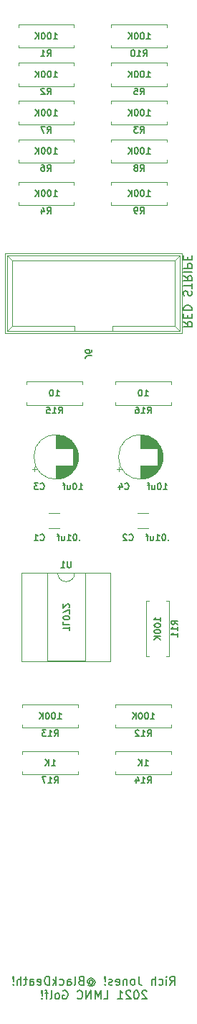
<source format=gbr>
%TF.GenerationSoftware,KiCad,Pcbnew,(5.1.8-0-10_14)*%
%TF.CreationDate,2021-07-03T12:07:01-04:00*%
%TF.ProjectId,unity,756e6974-792e-46b6-9963-61645f706362,rev?*%
%TF.SameCoordinates,Original*%
%TF.FileFunction,Legend,Bot*%
%TF.FilePolarity,Positive*%
%FSLAX46Y46*%
G04 Gerber Fmt 4.6, Leading zero omitted, Abs format (unit mm)*
G04 Created by KiCad (PCBNEW (5.1.8-0-10_14)) date 2021-07-03 12:07:01*
%MOMM*%
%LPD*%
G01*
G04 APERTURE LIST*
%ADD10C,0.150000*%
%ADD11C,0.120000*%
G04 APERTURE END LIST*
D10*
X170976190Y-170627380D02*
X171309523Y-170151190D01*
X171547619Y-170627380D02*
X171547619Y-169627380D01*
X171166666Y-169627380D01*
X171071428Y-169675000D01*
X171023809Y-169722619D01*
X170976190Y-169817857D01*
X170976190Y-169960714D01*
X171023809Y-170055952D01*
X171071428Y-170103571D01*
X171166666Y-170151190D01*
X171547619Y-170151190D01*
X170547619Y-170627380D02*
X170547619Y-169960714D01*
X170547619Y-169627380D02*
X170595238Y-169675000D01*
X170547619Y-169722619D01*
X170500000Y-169675000D01*
X170547619Y-169627380D01*
X170547619Y-169722619D01*
X169642857Y-170579761D02*
X169738095Y-170627380D01*
X169928571Y-170627380D01*
X170023809Y-170579761D01*
X170071428Y-170532142D01*
X170119047Y-170436904D01*
X170119047Y-170151190D01*
X170071428Y-170055952D01*
X170023809Y-170008333D01*
X169928571Y-169960714D01*
X169738095Y-169960714D01*
X169642857Y-170008333D01*
X169214285Y-170627380D02*
X169214285Y-169627380D01*
X168785714Y-170627380D02*
X168785714Y-170103571D01*
X168833333Y-170008333D01*
X168928571Y-169960714D01*
X169071428Y-169960714D01*
X169166666Y-170008333D01*
X169214285Y-170055952D01*
X167261904Y-169627380D02*
X167261904Y-170341666D01*
X167309523Y-170484523D01*
X167404761Y-170579761D01*
X167547619Y-170627380D01*
X167642857Y-170627380D01*
X166642857Y-170627380D02*
X166738095Y-170579761D01*
X166785714Y-170532142D01*
X166833333Y-170436904D01*
X166833333Y-170151190D01*
X166785714Y-170055952D01*
X166738095Y-170008333D01*
X166642857Y-169960714D01*
X166500000Y-169960714D01*
X166404761Y-170008333D01*
X166357142Y-170055952D01*
X166309523Y-170151190D01*
X166309523Y-170436904D01*
X166357142Y-170532142D01*
X166404761Y-170579761D01*
X166500000Y-170627380D01*
X166642857Y-170627380D01*
X165880952Y-169960714D02*
X165880952Y-170627380D01*
X165880952Y-170055952D02*
X165833333Y-170008333D01*
X165738095Y-169960714D01*
X165595238Y-169960714D01*
X165500000Y-170008333D01*
X165452380Y-170103571D01*
X165452380Y-170627380D01*
X164595238Y-170579761D02*
X164690476Y-170627380D01*
X164880952Y-170627380D01*
X164976190Y-170579761D01*
X165023809Y-170484523D01*
X165023809Y-170103571D01*
X164976190Y-170008333D01*
X164880952Y-169960714D01*
X164690476Y-169960714D01*
X164595238Y-170008333D01*
X164547619Y-170103571D01*
X164547619Y-170198809D01*
X165023809Y-170294047D01*
X164166666Y-170579761D02*
X164071428Y-170627380D01*
X163880952Y-170627380D01*
X163785714Y-170579761D01*
X163738095Y-170484523D01*
X163738095Y-170436904D01*
X163785714Y-170341666D01*
X163880952Y-170294047D01*
X164023809Y-170294047D01*
X164119047Y-170246428D01*
X164166666Y-170151190D01*
X164166666Y-170103571D01*
X164119047Y-170008333D01*
X164023809Y-169960714D01*
X163880952Y-169960714D01*
X163785714Y-170008333D01*
X163309523Y-170532142D02*
X163261904Y-170579761D01*
X163309523Y-170627380D01*
X163357142Y-170579761D01*
X163309523Y-170532142D01*
X163309523Y-170627380D01*
X163309523Y-170246428D02*
X163357142Y-169675000D01*
X163309523Y-169627380D01*
X163261904Y-169675000D01*
X163309523Y-170246428D01*
X163309523Y-169627380D01*
X161452380Y-170151190D02*
X161500000Y-170103571D01*
X161595238Y-170055952D01*
X161690476Y-170055952D01*
X161785714Y-170103571D01*
X161833333Y-170151190D01*
X161880952Y-170246428D01*
X161880952Y-170341666D01*
X161833333Y-170436904D01*
X161785714Y-170484523D01*
X161690476Y-170532142D01*
X161595238Y-170532142D01*
X161500000Y-170484523D01*
X161452380Y-170436904D01*
X161452380Y-170055952D02*
X161452380Y-170436904D01*
X161404761Y-170484523D01*
X161357142Y-170484523D01*
X161261904Y-170436904D01*
X161214285Y-170341666D01*
X161214285Y-170103571D01*
X161309523Y-169960714D01*
X161452380Y-169865476D01*
X161642857Y-169817857D01*
X161833333Y-169865476D01*
X161976190Y-169960714D01*
X162071428Y-170103571D01*
X162119047Y-170294047D01*
X162071428Y-170484523D01*
X161976190Y-170627380D01*
X161833333Y-170722619D01*
X161642857Y-170770238D01*
X161452380Y-170722619D01*
X161309523Y-170627380D01*
X160452380Y-170103571D02*
X160309523Y-170151190D01*
X160261904Y-170198809D01*
X160214285Y-170294047D01*
X160214285Y-170436904D01*
X160261904Y-170532142D01*
X160309523Y-170579761D01*
X160404761Y-170627380D01*
X160785714Y-170627380D01*
X160785714Y-169627380D01*
X160452380Y-169627380D01*
X160357142Y-169675000D01*
X160309523Y-169722619D01*
X160261904Y-169817857D01*
X160261904Y-169913095D01*
X160309523Y-170008333D01*
X160357142Y-170055952D01*
X160452380Y-170103571D01*
X160785714Y-170103571D01*
X159642857Y-170627380D02*
X159738095Y-170579761D01*
X159785714Y-170484523D01*
X159785714Y-169627380D01*
X158833333Y-170627380D02*
X158833333Y-170103571D01*
X158880952Y-170008333D01*
X158976190Y-169960714D01*
X159166666Y-169960714D01*
X159261904Y-170008333D01*
X158833333Y-170579761D02*
X158928571Y-170627380D01*
X159166666Y-170627380D01*
X159261904Y-170579761D01*
X159309523Y-170484523D01*
X159309523Y-170389285D01*
X159261904Y-170294047D01*
X159166666Y-170246428D01*
X158928571Y-170246428D01*
X158833333Y-170198809D01*
X157928571Y-170579761D02*
X158023809Y-170627380D01*
X158214285Y-170627380D01*
X158309523Y-170579761D01*
X158357142Y-170532142D01*
X158404761Y-170436904D01*
X158404761Y-170151190D01*
X158357142Y-170055952D01*
X158309523Y-170008333D01*
X158214285Y-169960714D01*
X158023809Y-169960714D01*
X157928571Y-170008333D01*
X157500000Y-170627380D02*
X157500000Y-169627380D01*
X157404761Y-170246428D02*
X157119047Y-170627380D01*
X157119047Y-169960714D02*
X157500000Y-170341666D01*
X156690476Y-170627380D02*
X156690476Y-169627380D01*
X156452380Y-169627380D01*
X156309523Y-169675000D01*
X156214285Y-169770238D01*
X156166666Y-169865476D01*
X156119047Y-170055952D01*
X156119047Y-170198809D01*
X156166666Y-170389285D01*
X156214285Y-170484523D01*
X156309523Y-170579761D01*
X156452380Y-170627380D01*
X156690476Y-170627380D01*
X155309523Y-170579761D02*
X155404761Y-170627380D01*
X155595238Y-170627380D01*
X155690476Y-170579761D01*
X155738095Y-170484523D01*
X155738095Y-170103571D01*
X155690476Y-170008333D01*
X155595238Y-169960714D01*
X155404761Y-169960714D01*
X155309523Y-170008333D01*
X155261904Y-170103571D01*
X155261904Y-170198809D01*
X155738095Y-170294047D01*
X154404761Y-170627380D02*
X154404761Y-170103571D01*
X154452380Y-170008333D01*
X154547619Y-169960714D01*
X154738095Y-169960714D01*
X154833333Y-170008333D01*
X154404761Y-170579761D02*
X154500000Y-170627380D01*
X154738095Y-170627380D01*
X154833333Y-170579761D01*
X154880952Y-170484523D01*
X154880952Y-170389285D01*
X154833333Y-170294047D01*
X154738095Y-170246428D01*
X154500000Y-170246428D01*
X154404761Y-170198809D01*
X154071428Y-169960714D02*
X153690476Y-169960714D01*
X153928571Y-169627380D02*
X153928571Y-170484523D01*
X153880952Y-170579761D01*
X153785714Y-170627380D01*
X153690476Y-170627380D01*
X153357142Y-170627380D02*
X153357142Y-169627380D01*
X152928571Y-170627380D02*
X152928571Y-170103571D01*
X152976190Y-170008333D01*
X153071428Y-169960714D01*
X153214285Y-169960714D01*
X153309523Y-170008333D01*
X153357142Y-170055952D01*
X152452380Y-170532142D02*
X152404761Y-170579761D01*
X152452380Y-170627380D01*
X152500000Y-170579761D01*
X152452380Y-170532142D01*
X152452380Y-170627380D01*
X152452380Y-170246428D02*
X152500000Y-169675000D01*
X152452380Y-169627380D01*
X152404761Y-169675000D01*
X152452380Y-170246428D01*
X152452380Y-169627380D01*
X168214285Y-171372619D02*
X168166666Y-171325000D01*
X168071428Y-171277380D01*
X167833333Y-171277380D01*
X167738095Y-171325000D01*
X167690476Y-171372619D01*
X167642857Y-171467857D01*
X167642857Y-171563095D01*
X167690476Y-171705952D01*
X168261904Y-172277380D01*
X167642857Y-172277380D01*
X167023809Y-171277380D02*
X166928571Y-171277380D01*
X166833333Y-171325000D01*
X166785714Y-171372619D01*
X166738095Y-171467857D01*
X166690476Y-171658333D01*
X166690476Y-171896428D01*
X166738095Y-172086904D01*
X166785714Y-172182142D01*
X166833333Y-172229761D01*
X166928571Y-172277380D01*
X167023809Y-172277380D01*
X167119047Y-172229761D01*
X167166666Y-172182142D01*
X167214285Y-172086904D01*
X167261904Y-171896428D01*
X167261904Y-171658333D01*
X167214285Y-171467857D01*
X167166666Y-171372619D01*
X167119047Y-171325000D01*
X167023809Y-171277380D01*
X166309523Y-171372619D02*
X166261904Y-171325000D01*
X166166666Y-171277380D01*
X165928571Y-171277380D01*
X165833333Y-171325000D01*
X165785714Y-171372619D01*
X165738095Y-171467857D01*
X165738095Y-171563095D01*
X165785714Y-171705952D01*
X166357142Y-172277380D01*
X165738095Y-172277380D01*
X164785714Y-172277380D02*
X165357142Y-172277380D01*
X165071428Y-172277380D02*
X165071428Y-171277380D01*
X165166666Y-171420238D01*
X165261904Y-171515476D01*
X165357142Y-171563095D01*
X163119047Y-172277380D02*
X163595238Y-172277380D01*
X163595238Y-171277380D01*
X162785714Y-172277380D02*
X162785714Y-171277380D01*
X162452380Y-171991666D01*
X162119047Y-171277380D01*
X162119047Y-172277380D01*
X161642857Y-172277380D02*
X161642857Y-171277380D01*
X161071428Y-172277380D01*
X161071428Y-171277380D01*
X160023809Y-172182142D02*
X160071428Y-172229761D01*
X160214285Y-172277380D01*
X160309523Y-172277380D01*
X160452380Y-172229761D01*
X160547619Y-172134523D01*
X160595238Y-172039285D01*
X160642857Y-171848809D01*
X160642857Y-171705952D01*
X160595238Y-171515476D01*
X160547619Y-171420238D01*
X160452380Y-171325000D01*
X160309523Y-171277380D01*
X160214285Y-171277380D01*
X160071428Y-171325000D01*
X160023809Y-171372619D01*
X158309523Y-171325000D02*
X158404761Y-171277380D01*
X158547619Y-171277380D01*
X158690476Y-171325000D01*
X158785714Y-171420238D01*
X158833333Y-171515476D01*
X158880952Y-171705952D01*
X158880952Y-171848809D01*
X158833333Y-172039285D01*
X158785714Y-172134523D01*
X158690476Y-172229761D01*
X158547619Y-172277380D01*
X158452380Y-172277380D01*
X158309523Y-172229761D01*
X158261904Y-172182142D01*
X158261904Y-171848809D01*
X158452380Y-171848809D01*
X157690476Y-172277380D02*
X157785714Y-172229761D01*
X157833333Y-172182142D01*
X157880952Y-172086904D01*
X157880952Y-171801190D01*
X157833333Y-171705952D01*
X157785714Y-171658333D01*
X157690476Y-171610714D01*
X157547619Y-171610714D01*
X157452380Y-171658333D01*
X157404761Y-171705952D01*
X157357142Y-171801190D01*
X157357142Y-172086904D01*
X157404761Y-172182142D01*
X157452380Y-172229761D01*
X157547619Y-172277380D01*
X157690476Y-172277380D01*
X156785714Y-172277380D02*
X156880952Y-172229761D01*
X156928571Y-172134523D01*
X156928571Y-171277380D01*
X156547619Y-171610714D02*
X156166666Y-171610714D01*
X156404761Y-172277380D02*
X156404761Y-171420238D01*
X156357142Y-171325000D01*
X156261904Y-171277380D01*
X156166666Y-171277380D01*
X155833333Y-172182142D02*
X155785714Y-172229761D01*
X155833333Y-172277380D01*
X155880952Y-172229761D01*
X155833333Y-172182142D01*
X155833333Y-172277380D01*
X155833333Y-171896428D02*
X155880952Y-171325000D01*
X155833333Y-171277380D01*
X155785714Y-171325000D01*
X155833333Y-171896428D01*
X155833333Y-171277380D01*
D11*
%TO.C,R9*%
X170580000Y-76130000D02*
X170580000Y-76460000D01*
X164040000Y-76130000D02*
X170580000Y-76130000D01*
X164040000Y-76460000D02*
X164040000Y-76130000D01*
X170580000Y-78870000D02*
X170580000Y-78540000D01*
X164040000Y-78870000D02*
X170580000Y-78870000D01*
X164040000Y-78540000D02*
X164040000Y-78870000D01*
%TO.C,R5*%
X164040000Y-64540000D02*
X164040000Y-64870000D01*
X164040000Y-64870000D02*
X170580000Y-64870000D01*
X170580000Y-64870000D02*
X170580000Y-64540000D01*
X164040000Y-62460000D02*
X164040000Y-62130000D01*
X164040000Y-62130000D02*
X170580000Y-62130000D01*
X170580000Y-62130000D02*
X170580000Y-62460000D01*
%TO.C,J6*%
X164170000Y-93100000D02*
X171550000Y-93100000D01*
X164170000Y-93600000D02*
X164170000Y-93120000D01*
X159670000Y-93100000D02*
X159670000Y-93610000D01*
X152300000Y-93100000D02*
X159650000Y-93100000D01*
X152300000Y-93100000D02*
X151800000Y-93600000D01*
X152300000Y-85350000D02*
X152300000Y-93100000D01*
X152300000Y-85350000D02*
X151750000Y-84800000D01*
X171550000Y-85350000D02*
X152300000Y-85350000D01*
X171550000Y-85350000D02*
X172100000Y-84800000D01*
X171550000Y-93100000D02*
X171550000Y-85350000D01*
X172100000Y-93650000D02*
X171550000Y-93100000D01*
X151750000Y-93650000D02*
X172100000Y-93650000D01*
X151750000Y-84800000D02*
X151750000Y-93650000D01*
X172100000Y-84800000D02*
X151750000Y-84800000D01*
X172100000Y-93650000D02*
X172100000Y-84800000D01*
X172350000Y-93905000D02*
X172350000Y-84555000D01*
X151490000Y-93905000D02*
X172350000Y-93905000D01*
X151490000Y-84555000D02*
X151490000Y-93905000D01*
X172350000Y-84555000D02*
X151490000Y-84555000D01*
%TO.C,R17*%
X160080000Y-143130000D02*
X160080000Y-143460000D01*
X153540000Y-143130000D02*
X160080000Y-143130000D01*
X153540000Y-143460000D02*
X153540000Y-143130000D01*
X160080000Y-145870000D02*
X160080000Y-145540000D01*
X153540000Y-145870000D02*
X160080000Y-145870000D01*
X153540000Y-145540000D02*
X153540000Y-145870000D01*
%TO.C,C1*%
X156621000Y-115080000D02*
X157879000Y-115080000D01*
X156621000Y-116920000D02*
X157879000Y-116920000D01*
%TO.C,C2*%
X167121000Y-116920000D02*
X168379000Y-116920000D01*
X167121000Y-115080000D02*
X168379000Y-115080000D01*
%TO.C,C3*%
X154945225Y-110225000D02*
X154945225Y-109725000D01*
X154695225Y-109975000D02*
X155195225Y-109975000D01*
X160101000Y-108784000D02*
X160101000Y-108216000D01*
X160061000Y-109018000D02*
X160061000Y-107982000D01*
X160021000Y-109177000D02*
X160021000Y-107823000D01*
X159981000Y-109305000D02*
X159981000Y-107695000D01*
X159941000Y-109415000D02*
X159941000Y-107585000D01*
X159901000Y-109511000D02*
X159901000Y-107489000D01*
X159861000Y-109598000D02*
X159861000Y-107402000D01*
X159821000Y-109678000D02*
X159821000Y-107322000D01*
X159781000Y-109751000D02*
X159781000Y-107249000D01*
X159741000Y-109819000D02*
X159741000Y-107181000D01*
X159701000Y-109883000D02*
X159701000Y-107117000D01*
X159661000Y-109943000D02*
X159661000Y-107057000D01*
X159621000Y-110000000D02*
X159621000Y-107000000D01*
X159581000Y-110054000D02*
X159581000Y-106946000D01*
X159541000Y-110105000D02*
X159541000Y-106895000D01*
X159501000Y-107460000D02*
X159501000Y-106847000D01*
X159501000Y-110153000D02*
X159501000Y-109540000D01*
X159461000Y-107460000D02*
X159461000Y-106801000D01*
X159461000Y-110199000D02*
X159461000Y-109540000D01*
X159421000Y-107460000D02*
X159421000Y-106757000D01*
X159421000Y-110243000D02*
X159421000Y-109540000D01*
X159381000Y-107460000D02*
X159381000Y-106715000D01*
X159381000Y-110285000D02*
X159381000Y-109540000D01*
X159341000Y-107460000D02*
X159341000Y-106674000D01*
X159341000Y-110326000D02*
X159341000Y-109540000D01*
X159301000Y-107460000D02*
X159301000Y-106636000D01*
X159301000Y-110364000D02*
X159301000Y-109540000D01*
X159261000Y-107460000D02*
X159261000Y-106599000D01*
X159261000Y-110401000D02*
X159261000Y-109540000D01*
X159221000Y-107460000D02*
X159221000Y-106563000D01*
X159221000Y-110437000D02*
X159221000Y-109540000D01*
X159181000Y-107460000D02*
X159181000Y-106529000D01*
X159181000Y-110471000D02*
X159181000Y-109540000D01*
X159141000Y-107460000D02*
X159141000Y-106496000D01*
X159141000Y-110504000D02*
X159141000Y-109540000D01*
X159101000Y-107460000D02*
X159101000Y-106465000D01*
X159101000Y-110535000D02*
X159101000Y-109540000D01*
X159061000Y-107460000D02*
X159061000Y-106435000D01*
X159061000Y-110565000D02*
X159061000Y-109540000D01*
X159021000Y-107460000D02*
X159021000Y-106405000D01*
X159021000Y-110595000D02*
X159021000Y-109540000D01*
X158981000Y-107460000D02*
X158981000Y-106378000D01*
X158981000Y-110622000D02*
X158981000Y-109540000D01*
X158941000Y-107460000D02*
X158941000Y-106351000D01*
X158941000Y-110649000D02*
X158941000Y-109540000D01*
X158901000Y-107460000D02*
X158901000Y-106325000D01*
X158901000Y-110675000D02*
X158901000Y-109540000D01*
X158861000Y-107460000D02*
X158861000Y-106300000D01*
X158861000Y-110700000D02*
X158861000Y-109540000D01*
X158821000Y-107460000D02*
X158821000Y-106276000D01*
X158821000Y-110724000D02*
X158821000Y-109540000D01*
X158781000Y-107460000D02*
X158781000Y-106253000D01*
X158781000Y-110747000D02*
X158781000Y-109540000D01*
X158741000Y-107460000D02*
X158741000Y-106232000D01*
X158741000Y-110768000D02*
X158741000Y-109540000D01*
X158701000Y-107460000D02*
X158701000Y-106210000D01*
X158701000Y-110790000D02*
X158701000Y-109540000D01*
X158661000Y-107460000D02*
X158661000Y-106190000D01*
X158661000Y-110810000D02*
X158661000Y-109540000D01*
X158621000Y-107460000D02*
X158621000Y-106171000D01*
X158621000Y-110829000D02*
X158621000Y-109540000D01*
X158581000Y-107460000D02*
X158581000Y-106152000D01*
X158581000Y-110848000D02*
X158581000Y-109540000D01*
X158541000Y-107460000D02*
X158541000Y-106135000D01*
X158541000Y-110865000D02*
X158541000Y-109540000D01*
X158501000Y-107460000D02*
X158501000Y-106118000D01*
X158501000Y-110882000D02*
X158501000Y-109540000D01*
X158461000Y-107460000D02*
X158461000Y-106102000D01*
X158461000Y-110898000D02*
X158461000Y-109540000D01*
X158421000Y-107460000D02*
X158421000Y-106086000D01*
X158421000Y-110914000D02*
X158421000Y-109540000D01*
X158381000Y-107460000D02*
X158381000Y-106072000D01*
X158381000Y-110928000D02*
X158381000Y-109540000D01*
X158341000Y-107460000D02*
X158341000Y-106058000D01*
X158341000Y-110942000D02*
X158341000Y-109540000D01*
X158301000Y-107460000D02*
X158301000Y-106045000D01*
X158301000Y-110955000D02*
X158301000Y-109540000D01*
X158261000Y-107460000D02*
X158261000Y-106032000D01*
X158261000Y-110968000D02*
X158261000Y-109540000D01*
X158221000Y-107460000D02*
X158221000Y-106020000D01*
X158221000Y-110980000D02*
X158221000Y-109540000D01*
X158180000Y-107460000D02*
X158180000Y-106009000D01*
X158180000Y-110991000D02*
X158180000Y-109540000D01*
X158140000Y-107460000D02*
X158140000Y-105999000D01*
X158140000Y-111001000D02*
X158140000Y-109540000D01*
X158100000Y-107460000D02*
X158100000Y-105989000D01*
X158100000Y-111011000D02*
X158100000Y-109540000D01*
X158060000Y-107460000D02*
X158060000Y-105980000D01*
X158060000Y-111020000D02*
X158060000Y-109540000D01*
X158020000Y-107460000D02*
X158020000Y-105972000D01*
X158020000Y-111028000D02*
X158020000Y-109540000D01*
X157980000Y-107460000D02*
X157980000Y-105964000D01*
X157980000Y-111036000D02*
X157980000Y-109540000D01*
X157940000Y-107460000D02*
X157940000Y-105957000D01*
X157940000Y-111043000D02*
X157940000Y-109540000D01*
X157900000Y-107460000D02*
X157900000Y-105950000D01*
X157900000Y-111050000D02*
X157900000Y-109540000D01*
X157860000Y-107460000D02*
X157860000Y-105944000D01*
X157860000Y-111056000D02*
X157860000Y-109540000D01*
X157820000Y-107460000D02*
X157820000Y-105939000D01*
X157820000Y-111061000D02*
X157820000Y-109540000D01*
X157780000Y-107460000D02*
X157780000Y-105935000D01*
X157780000Y-111065000D02*
X157780000Y-109540000D01*
X157740000Y-107460000D02*
X157740000Y-105931000D01*
X157740000Y-111069000D02*
X157740000Y-109540000D01*
X157700000Y-107460000D02*
X157700000Y-105927000D01*
X157700000Y-111073000D02*
X157700000Y-109540000D01*
X157660000Y-107460000D02*
X157660000Y-105924000D01*
X157660000Y-111076000D02*
X157660000Y-109540000D01*
X157620000Y-107460000D02*
X157620000Y-105922000D01*
X157620000Y-111078000D02*
X157620000Y-109540000D01*
X157580000Y-107460000D02*
X157580000Y-105921000D01*
X157580000Y-111079000D02*
X157580000Y-109540000D01*
X157540000Y-111080000D02*
X157540000Y-109540000D01*
X157540000Y-107460000D02*
X157540000Y-105920000D01*
X157500000Y-111080000D02*
X157500000Y-109540000D01*
X157500000Y-107460000D02*
X157500000Y-105920000D01*
X160120000Y-108500000D02*
G75*
G03*
X160120000Y-108500000I-2620000J0D01*
G01*
%TO.C,C4*%
X170120000Y-108500000D02*
G75*
G03*
X170120000Y-108500000I-2620000J0D01*
G01*
X167500000Y-107460000D02*
X167500000Y-105920000D01*
X167500000Y-111080000D02*
X167500000Y-109540000D01*
X167540000Y-107460000D02*
X167540000Y-105920000D01*
X167540000Y-111080000D02*
X167540000Y-109540000D01*
X167580000Y-111079000D02*
X167580000Y-109540000D01*
X167580000Y-107460000D02*
X167580000Y-105921000D01*
X167620000Y-111078000D02*
X167620000Y-109540000D01*
X167620000Y-107460000D02*
X167620000Y-105922000D01*
X167660000Y-111076000D02*
X167660000Y-109540000D01*
X167660000Y-107460000D02*
X167660000Y-105924000D01*
X167700000Y-111073000D02*
X167700000Y-109540000D01*
X167700000Y-107460000D02*
X167700000Y-105927000D01*
X167740000Y-111069000D02*
X167740000Y-109540000D01*
X167740000Y-107460000D02*
X167740000Y-105931000D01*
X167780000Y-111065000D02*
X167780000Y-109540000D01*
X167780000Y-107460000D02*
X167780000Y-105935000D01*
X167820000Y-111061000D02*
X167820000Y-109540000D01*
X167820000Y-107460000D02*
X167820000Y-105939000D01*
X167860000Y-111056000D02*
X167860000Y-109540000D01*
X167860000Y-107460000D02*
X167860000Y-105944000D01*
X167900000Y-111050000D02*
X167900000Y-109540000D01*
X167900000Y-107460000D02*
X167900000Y-105950000D01*
X167940000Y-111043000D02*
X167940000Y-109540000D01*
X167940000Y-107460000D02*
X167940000Y-105957000D01*
X167980000Y-111036000D02*
X167980000Y-109540000D01*
X167980000Y-107460000D02*
X167980000Y-105964000D01*
X168020000Y-111028000D02*
X168020000Y-109540000D01*
X168020000Y-107460000D02*
X168020000Y-105972000D01*
X168060000Y-111020000D02*
X168060000Y-109540000D01*
X168060000Y-107460000D02*
X168060000Y-105980000D01*
X168100000Y-111011000D02*
X168100000Y-109540000D01*
X168100000Y-107460000D02*
X168100000Y-105989000D01*
X168140000Y-111001000D02*
X168140000Y-109540000D01*
X168140000Y-107460000D02*
X168140000Y-105999000D01*
X168180000Y-110991000D02*
X168180000Y-109540000D01*
X168180000Y-107460000D02*
X168180000Y-106009000D01*
X168221000Y-110980000D02*
X168221000Y-109540000D01*
X168221000Y-107460000D02*
X168221000Y-106020000D01*
X168261000Y-110968000D02*
X168261000Y-109540000D01*
X168261000Y-107460000D02*
X168261000Y-106032000D01*
X168301000Y-110955000D02*
X168301000Y-109540000D01*
X168301000Y-107460000D02*
X168301000Y-106045000D01*
X168341000Y-110942000D02*
X168341000Y-109540000D01*
X168341000Y-107460000D02*
X168341000Y-106058000D01*
X168381000Y-110928000D02*
X168381000Y-109540000D01*
X168381000Y-107460000D02*
X168381000Y-106072000D01*
X168421000Y-110914000D02*
X168421000Y-109540000D01*
X168421000Y-107460000D02*
X168421000Y-106086000D01*
X168461000Y-110898000D02*
X168461000Y-109540000D01*
X168461000Y-107460000D02*
X168461000Y-106102000D01*
X168501000Y-110882000D02*
X168501000Y-109540000D01*
X168501000Y-107460000D02*
X168501000Y-106118000D01*
X168541000Y-110865000D02*
X168541000Y-109540000D01*
X168541000Y-107460000D02*
X168541000Y-106135000D01*
X168581000Y-110848000D02*
X168581000Y-109540000D01*
X168581000Y-107460000D02*
X168581000Y-106152000D01*
X168621000Y-110829000D02*
X168621000Y-109540000D01*
X168621000Y-107460000D02*
X168621000Y-106171000D01*
X168661000Y-110810000D02*
X168661000Y-109540000D01*
X168661000Y-107460000D02*
X168661000Y-106190000D01*
X168701000Y-110790000D02*
X168701000Y-109540000D01*
X168701000Y-107460000D02*
X168701000Y-106210000D01*
X168741000Y-110768000D02*
X168741000Y-109540000D01*
X168741000Y-107460000D02*
X168741000Y-106232000D01*
X168781000Y-110747000D02*
X168781000Y-109540000D01*
X168781000Y-107460000D02*
X168781000Y-106253000D01*
X168821000Y-110724000D02*
X168821000Y-109540000D01*
X168821000Y-107460000D02*
X168821000Y-106276000D01*
X168861000Y-110700000D02*
X168861000Y-109540000D01*
X168861000Y-107460000D02*
X168861000Y-106300000D01*
X168901000Y-110675000D02*
X168901000Y-109540000D01*
X168901000Y-107460000D02*
X168901000Y-106325000D01*
X168941000Y-110649000D02*
X168941000Y-109540000D01*
X168941000Y-107460000D02*
X168941000Y-106351000D01*
X168981000Y-110622000D02*
X168981000Y-109540000D01*
X168981000Y-107460000D02*
X168981000Y-106378000D01*
X169021000Y-110595000D02*
X169021000Y-109540000D01*
X169021000Y-107460000D02*
X169021000Y-106405000D01*
X169061000Y-110565000D02*
X169061000Y-109540000D01*
X169061000Y-107460000D02*
X169061000Y-106435000D01*
X169101000Y-110535000D02*
X169101000Y-109540000D01*
X169101000Y-107460000D02*
X169101000Y-106465000D01*
X169141000Y-110504000D02*
X169141000Y-109540000D01*
X169141000Y-107460000D02*
X169141000Y-106496000D01*
X169181000Y-110471000D02*
X169181000Y-109540000D01*
X169181000Y-107460000D02*
X169181000Y-106529000D01*
X169221000Y-110437000D02*
X169221000Y-109540000D01*
X169221000Y-107460000D02*
X169221000Y-106563000D01*
X169261000Y-110401000D02*
X169261000Y-109540000D01*
X169261000Y-107460000D02*
X169261000Y-106599000D01*
X169301000Y-110364000D02*
X169301000Y-109540000D01*
X169301000Y-107460000D02*
X169301000Y-106636000D01*
X169341000Y-110326000D02*
X169341000Y-109540000D01*
X169341000Y-107460000D02*
X169341000Y-106674000D01*
X169381000Y-110285000D02*
X169381000Y-109540000D01*
X169381000Y-107460000D02*
X169381000Y-106715000D01*
X169421000Y-110243000D02*
X169421000Y-109540000D01*
X169421000Y-107460000D02*
X169421000Y-106757000D01*
X169461000Y-110199000D02*
X169461000Y-109540000D01*
X169461000Y-107460000D02*
X169461000Y-106801000D01*
X169501000Y-110153000D02*
X169501000Y-109540000D01*
X169501000Y-107460000D02*
X169501000Y-106847000D01*
X169541000Y-110105000D02*
X169541000Y-106895000D01*
X169581000Y-110054000D02*
X169581000Y-106946000D01*
X169621000Y-110000000D02*
X169621000Y-107000000D01*
X169661000Y-109943000D02*
X169661000Y-107057000D01*
X169701000Y-109883000D02*
X169701000Y-107117000D01*
X169741000Y-109819000D02*
X169741000Y-107181000D01*
X169781000Y-109751000D02*
X169781000Y-107249000D01*
X169821000Y-109678000D02*
X169821000Y-107322000D01*
X169861000Y-109598000D02*
X169861000Y-107402000D01*
X169901000Y-109511000D02*
X169901000Y-107489000D01*
X169941000Y-109415000D02*
X169941000Y-107585000D01*
X169981000Y-109305000D02*
X169981000Y-107695000D01*
X170021000Y-109177000D02*
X170021000Y-107823000D01*
X170061000Y-109018000D02*
X170061000Y-107982000D01*
X170101000Y-108784000D02*
X170101000Y-108216000D01*
X164695225Y-109975000D02*
X165195225Y-109975000D01*
X164945225Y-110225000D02*
X164945225Y-109725000D01*
%TO.C,R1*%
X153040000Y-60040000D02*
X153040000Y-60370000D01*
X153040000Y-60370000D02*
X159580000Y-60370000D01*
X159580000Y-60370000D02*
X159580000Y-60040000D01*
X153040000Y-57960000D02*
X153040000Y-57630000D01*
X153040000Y-57630000D02*
X159580000Y-57630000D01*
X159580000Y-57630000D02*
X159580000Y-57960000D01*
%TO.C,R2*%
X153040000Y-64540000D02*
X153040000Y-64870000D01*
X153040000Y-64870000D02*
X159580000Y-64870000D01*
X159580000Y-64870000D02*
X159580000Y-64540000D01*
X153040000Y-62460000D02*
X153040000Y-62130000D01*
X153040000Y-62130000D02*
X159580000Y-62130000D01*
X159580000Y-62130000D02*
X159580000Y-62460000D01*
%TO.C,R3*%
X164040000Y-69040000D02*
X164040000Y-69370000D01*
X164040000Y-69370000D02*
X170580000Y-69370000D01*
X170580000Y-69370000D02*
X170580000Y-69040000D01*
X164040000Y-66960000D02*
X164040000Y-66630000D01*
X164040000Y-66630000D02*
X170580000Y-66630000D01*
X170580000Y-66630000D02*
X170580000Y-66960000D01*
%TO.C,R4*%
X153040000Y-78540000D02*
X153040000Y-78870000D01*
X153040000Y-78870000D02*
X159580000Y-78870000D01*
X159580000Y-78870000D02*
X159580000Y-78540000D01*
X153040000Y-76460000D02*
X153040000Y-76130000D01*
X153040000Y-76130000D02*
X159580000Y-76130000D01*
X159580000Y-76130000D02*
X159580000Y-76460000D01*
%TO.C,R6*%
X159580000Y-71130000D02*
X159580000Y-71460000D01*
X153040000Y-71130000D02*
X159580000Y-71130000D01*
X153040000Y-71460000D02*
X153040000Y-71130000D01*
X159580000Y-73870000D02*
X159580000Y-73540000D01*
X153040000Y-73870000D02*
X159580000Y-73870000D01*
X153040000Y-73540000D02*
X153040000Y-73870000D01*
%TO.C,R7*%
X159580000Y-66630000D02*
X159580000Y-66960000D01*
X153040000Y-66630000D02*
X159580000Y-66630000D01*
X153040000Y-66960000D02*
X153040000Y-66630000D01*
X159580000Y-69370000D02*
X159580000Y-69040000D01*
X153040000Y-69370000D02*
X159580000Y-69370000D01*
X153040000Y-69040000D02*
X153040000Y-69370000D01*
%TO.C,R8*%
X170580000Y-71130000D02*
X170580000Y-71460000D01*
X164040000Y-71130000D02*
X170580000Y-71130000D01*
X164040000Y-71460000D02*
X164040000Y-71130000D01*
X170580000Y-73870000D02*
X170580000Y-73540000D01*
X164040000Y-73870000D02*
X170580000Y-73870000D01*
X164040000Y-73540000D02*
X164040000Y-73870000D01*
%TO.C,R10*%
X170580000Y-57630000D02*
X170580000Y-57960000D01*
X164040000Y-57630000D02*
X170580000Y-57630000D01*
X164040000Y-57960000D02*
X164040000Y-57630000D01*
X170580000Y-60370000D02*
X170580000Y-60040000D01*
X164040000Y-60370000D02*
X170580000Y-60370000D01*
X164040000Y-60040000D02*
X164040000Y-60370000D01*
%TO.C,R11*%
X168130000Y-125420000D02*
X168460000Y-125420000D01*
X168130000Y-131960000D02*
X168130000Y-125420000D01*
X168460000Y-131960000D02*
X168130000Y-131960000D01*
X170870000Y-125420000D02*
X170540000Y-125420000D01*
X170870000Y-131960000D02*
X170870000Y-125420000D01*
X170540000Y-131960000D02*
X170870000Y-131960000D01*
%TO.C,R12*%
X171080000Y-137630000D02*
X171080000Y-137960000D01*
X164540000Y-137630000D02*
X171080000Y-137630000D01*
X164540000Y-137960000D02*
X164540000Y-137630000D01*
X171080000Y-140370000D02*
X171080000Y-140040000D01*
X164540000Y-140370000D02*
X171080000Y-140370000D01*
X164540000Y-140040000D02*
X164540000Y-140370000D01*
%TO.C,R13*%
X153540000Y-140040000D02*
X153540000Y-140370000D01*
X153540000Y-140370000D02*
X160080000Y-140370000D01*
X160080000Y-140370000D02*
X160080000Y-140040000D01*
X153540000Y-137960000D02*
X153540000Y-137630000D01*
X153540000Y-137630000D02*
X160080000Y-137630000D01*
X160080000Y-137630000D02*
X160080000Y-137960000D01*
%TO.C,R14*%
X164540000Y-145540000D02*
X164540000Y-145870000D01*
X164540000Y-145870000D02*
X171080000Y-145870000D01*
X171080000Y-145870000D02*
X171080000Y-145540000D01*
X164540000Y-143460000D02*
X164540000Y-143130000D01*
X164540000Y-143130000D02*
X171080000Y-143130000D01*
X171080000Y-143130000D02*
X171080000Y-143460000D01*
%TO.C,R15*%
X154040000Y-102040000D02*
X154040000Y-102370000D01*
X154040000Y-102370000D02*
X160580000Y-102370000D01*
X160580000Y-102370000D02*
X160580000Y-102040000D01*
X154040000Y-99960000D02*
X154040000Y-99630000D01*
X154040000Y-99630000D02*
X160580000Y-99630000D01*
X160580000Y-99630000D02*
X160580000Y-99960000D01*
%TO.C,R16*%
X171080000Y-99630000D02*
X171080000Y-99960000D01*
X164540000Y-99630000D02*
X171080000Y-99630000D01*
X164540000Y-99960000D02*
X164540000Y-99630000D01*
X171080000Y-102370000D02*
X171080000Y-102040000D01*
X164540000Y-102370000D02*
X171080000Y-102370000D01*
X164540000Y-102040000D02*
X164540000Y-102370000D01*
%TO.C,U1*%
X153440000Y-122110000D02*
X163940000Y-122110000D01*
X153440000Y-132510000D02*
X153440000Y-122110000D01*
X163940000Y-132510000D02*
X153440000Y-132510000D01*
X163940000Y-122110000D02*
X163940000Y-132510000D01*
X156440000Y-122170000D02*
X157690000Y-122170000D01*
X156440000Y-132450000D02*
X156440000Y-122170000D01*
X160940000Y-132450000D02*
X156440000Y-132450000D01*
X160940000Y-122170000D02*
X160940000Y-132450000D01*
X159690000Y-122170000D02*
X160940000Y-122170000D01*
X157690000Y-122170000D02*
G75*
G03*
X159690000Y-122170000I1000000J0D01*
G01*
%TO.C,R9*%
D10*
X167435000Y-79871285D02*
X167685000Y-79514142D01*
X167863571Y-79871285D02*
X167863571Y-79121285D01*
X167577857Y-79121285D01*
X167506428Y-79157000D01*
X167470714Y-79192714D01*
X167435000Y-79264142D01*
X167435000Y-79371285D01*
X167470714Y-79442714D01*
X167506428Y-79478428D01*
X167577857Y-79514142D01*
X167863571Y-79514142D01*
X167077857Y-79871285D02*
X166935000Y-79871285D01*
X166863571Y-79835571D01*
X166827857Y-79799857D01*
X166756428Y-79692714D01*
X166720714Y-79549857D01*
X166720714Y-79264142D01*
X166756428Y-79192714D01*
X166792142Y-79157000D01*
X166863571Y-79121285D01*
X167006428Y-79121285D01*
X167077857Y-79157000D01*
X167113571Y-79192714D01*
X167149285Y-79264142D01*
X167149285Y-79442714D01*
X167113571Y-79514142D01*
X167077857Y-79549857D01*
X167006428Y-79585571D01*
X166863571Y-79585571D01*
X166792142Y-79549857D01*
X166756428Y-79514142D01*
X166720714Y-79442714D01*
X168185000Y-77839285D02*
X168613571Y-77839285D01*
X168399285Y-77839285D02*
X168399285Y-77089285D01*
X168470714Y-77196428D01*
X168542142Y-77267857D01*
X168613571Y-77303571D01*
X167720714Y-77089285D02*
X167649285Y-77089285D01*
X167577857Y-77125000D01*
X167542142Y-77160714D01*
X167506428Y-77232142D01*
X167470714Y-77375000D01*
X167470714Y-77553571D01*
X167506428Y-77696428D01*
X167542142Y-77767857D01*
X167577857Y-77803571D01*
X167649285Y-77839285D01*
X167720714Y-77839285D01*
X167792142Y-77803571D01*
X167827857Y-77767857D01*
X167863571Y-77696428D01*
X167899285Y-77553571D01*
X167899285Y-77375000D01*
X167863571Y-77232142D01*
X167827857Y-77160714D01*
X167792142Y-77125000D01*
X167720714Y-77089285D01*
X167006428Y-77089285D02*
X166935000Y-77089285D01*
X166863571Y-77125000D01*
X166827857Y-77160714D01*
X166792142Y-77232142D01*
X166756428Y-77375000D01*
X166756428Y-77553571D01*
X166792142Y-77696428D01*
X166827857Y-77767857D01*
X166863571Y-77803571D01*
X166935000Y-77839285D01*
X167006428Y-77839285D01*
X167077857Y-77803571D01*
X167113571Y-77767857D01*
X167149285Y-77696428D01*
X167185000Y-77553571D01*
X167185000Y-77375000D01*
X167149285Y-77232142D01*
X167113571Y-77160714D01*
X167077857Y-77125000D01*
X167006428Y-77089285D01*
X166435000Y-77839285D02*
X166435000Y-77089285D01*
X166006428Y-77839285D02*
X166327857Y-77410714D01*
X166006428Y-77089285D02*
X166435000Y-77517857D01*
%TO.C,R5*%
X167435000Y-65871285D02*
X167685000Y-65514142D01*
X167863571Y-65871285D02*
X167863571Y-65121285D01*
X167577857Y-65121285D01*
X167506428Y-65157000D01*
X167470714Y-65192714D01*
X167435000Y-65264142D01*
X167435000Y-65371285D01*
X167470714Y-65442714D01*
X167506428Y-65478428D01*
X167577857Y-65514142D01*
X167863571Y-65514142D01*
X166756428Y-65121285D02*
X167113571Y-65121285D01*
X167149285Y-65478428D01*
X167113571Y-65442714D01*
X167042142Y-65407000D01*
X166863571Y-65407000D01*
X166792142Y-65442714D01*
X166756428Y-65478428D01*
X166720714Y-65549857D01*
X166720714Y-65728428D01*
X166756428Y-65799857D01*
X166792142Y-65835571D01*
X166863571Y-65871285D01*
X167042142Y-65871285D01*
X167113571Y-65835571D01*
X167149285Y-65799857D01*
X168185000Y-63839285D02*
X168613571Y-63839285D01*
X168399285Y-63839285D02*
X168399285Y-63089285D01*
X168470714Y-63196428D01*
X168542142Y-63267857D01*
X168613571Y-63303571D01*
X167720714Y-63089285D02*
X167649285Y-63089285D01*
X167577857Y-63125000D01*
X167542142Y-63160714D01*
X167506428Y-63232142D01*
X167470714Y-63375000D01*
X167470714Y-63553571D01*
X167506428Y-63696428D01*
X167542142Y-63767857D01*
X167577857Y-63803571D01*
X167649285Y-63839285D01*
X167720714Y-63839285D01*
X167792142Y-63803571D01*
X167827857Y-63767857D01*
X167863571Y-63696428D01*
X167899285Y-63553571D01*
X167899285Y-63375000D01*
X167863571Y-63232142D01*
X167827857Y-63160714D01*
X167792142Y-63125000D01*
X167720714Y-63089285D01*
X167006428Y-63089285D02*
X166935000Y-63089285D01*
X166863571Y-63125000D01*
X166827857Y-63160714D01*
X166792142Y-63232142D01*
X166756428Y-63375000D01*
X166756428Y-63553571D01*
X166792142Y-63696428D01*
X166827857Y-63767857D01*
X166863571Y-63803571D01*
X166935000Y-63839285D01*
X167006428Y-63839285D01*
X167077857Y-63803571D01*
X167113571Y-63767857D01*
X167149285Y-63696428D01*
X167185000Y-63553571D01*
X167185000Y-63375000D01*
X167149285Y-63232142D01*
X167113571Y-63160714D01*
X167077857Y-63125000D01*
X167006428Y-63089285D01*
X166435000Y-63839285D02*
X166435000Y-63089285D01*
X166006428Y-63839285D02*
X166327857Y-63410714D01*
X166006428Y-63089285D02*
X166435000Y-63517857D01*
%TO.C,J6*%
X161740714Y-96600000D02*
X161205000Y-96600000D01*
X161097857Y-96635714D01*
X161026428Y-96707142D01*
X160990714Y-96814285D01*
X160990714Y-96885714D01*
X161740714Y-95921428D02*
X161740714Y-96064285D01*
X161705000Y-96135714D01*
X161669285Y-96171428D01*
X161562142Y-96242857D01*
X161419285Y-96278571D01*
X161133571Y-96278571D01*
X161062142Y-96242857D01*
X161026428Y-96207142D01*
X160990714Y-96135714D01*
X160990714Y-95992857D01*
X161026428Y-95921428D01*
X161062142Y-95885714D01*
X161133571Y-95850000D01*
X161312142Y-95850000D01*
X161383571Y-95885714D01*
X161419285Y-95921428D01*
X161455000Y-95992857D01*
X161455000Y-96135714D01*
X161419285Y-96207142D01*
X161383571Y-96242857D01*
X161312142Y-96278571D01*
X172547619Y-92571428D02*
X173023809Y-92904761D01*
X172547619Y-93142857D02*
X173547619Y-93142857D01*
X173547619Y-92761904D01*
X173500000Y-92666666D01*
X173452380Y-92619047D01*
X173357142Y-92571428D01*
X173214285Y-92571428D01*
X173119047Y-92619047D01*
X173071428Y-92666666D01*
X173023809Y-92761904D01*
X173023809Y-93142857D01*
X173071428Y-92142857D02*
X173071428Y-91809523D01*
X172547619Y-91666666D02*
X172547619Y-92142857D01*
X173547619Y-92142857D01*
X173547619Y-91666666D01*
X172547619Y-91238095D02*
X173547619Y-91238095D01*
X173547619Y-91000000D01*
X173500000Y-90857142D01*
X173404761Y-90761904D01*
X173309523Y-90714285D01*
X173119047Y-90666666D01*
X172976190Y-90666666D01*
X172785714Y-90714285D01*
X172690476Y-90761904D01*
X172595238Y-90857142D01*
X172547619Y-91000000D01*
X172547619Y-91238095D01*
X172595238Y-89523809D02*
X172547619Y-89380952D01*
X172547619Y-89142857D01*
X172595238Y-89047619D01*
X172642857Y-89000000D01*
X172738095Y-88952380D01*
X172833333Y-88952380D01*
X172928571Y-89000000D01*
X172976190Y-89047619D01*
X173023809Y-89142857D01*
X173071428Y-89333333D01*
X173119047Y-89428571D01*
X173166666Y-89476190D01*
X173261904Y-89523809D01*
X173357142Y-89523809D01*
X173452380Y-89476190D01*
X173500000Y-89428571D01*
X173547619Y-89333333D01*
X173547619Y-89095238D01*
X173500000Y-88952380D01*
X173547619Y-88666666D02*
X173547619Y-88095238D01*
X172547619Y-88380952D02*
X173547619Y-88380952D01*
X172547619Y-87190476D02*
X173023809Y-87523809D01*
X172547619Y-87761904D02*
X173547619Y-87761904D01*
X173547619Y-87380952D01*
X173500000Y-87285714D01*
X173452380Y-87238095D01*
X173357142Y-87190476D01*
X173214285Y-87190476D01*
X173119047Y-87238095D01*
X173071428Y-87285714D01*
X173023809Y-87380952D01*
X173023809Y-87761904D01*
X172547619Y-86761904D02*
X173547619Y-86761904D01*
X172547619Y-86285714D02*
X173547619Y-86285714D01*
X173547619Y-85904761D01*
X173500000Y-85809523D01*
X173452380Y-85761904D01*
X173357142Y-85714285D01*
X173214285Y-85714285D01*
X173119047Y-85761904D01*
X173071428Y-85809523D01*
X173023809Y-85904761D01*
X173023809Y-86285714D01*
X173071428Y-85285714D02*
X173071428Y-84952380D01*
X172547619Y-84809523D02*
X172547619Y-85285714D01*
X173547619Y-85285714D01*
X173547619Y-84809523D01*
%TO.C,R17*%
X157292142Y-146871285D02*
X157542142Y-146514142D01*
X157720714Y-146871285D02*
X157720714Y-146121285D01*
X157435000Y-146121285D01*
X157363571Y-146157000D01*
X157327857Y-146192714D01*
X157292142Y-146264142D01*
X157292142Y-146371285D01*
X157327857Y-146442714D01*
X157363571Y-146478428D01*
X157435000Y-146514142D01*
X157720714Y-146514142D01*
X156577857Y-146871285D02*
X157006428Y-146871285D01*
X156792142Y-146871285D02*
X156792142Y-146121285D01*
X156863571Y-146228428D01*
X156935000Y-146299857D01*
X157006428Y-146335571D01*
X156327857Y-146121285D02*
X155827857Y-146121285D01*
X156149285Y-146871285D01*
X156970714Y-144839285D02*
X157399285Y-144839285D01*
X157185000Y-144839285D02*
X157185000Y-144089285D01*
X157256428Y-144196428D01*
X157327857Y-144267857D01*
X157399285Y-144303571D01*
X156649285Y-144839285D02*
X156649285Y-144089285D01*
X156220714Y-144839285D02*
X156542142Y-144410714D01*
X156220714Y-144089285D02*
X156649285Y-144517857D01*
%TO.C,C1*%
X155625000Y-118267857D02*
X155660714Y-118303571D01*
X155767857Y-118339285D01*
X155839285Y-118339285D01*
X155946428Y-118303571D01*
X156017857Y-118232142D01*
X156053571Y-118160714D01*
X156089285Y-118017857D01*
X156089285Y-117910714D01*
X156053571Y-117767857D01*
X156017857Y-117696428D01*
X155946428Y-117625000D01*
X155839285Y-117589285D01*
X155767857Y-117589285D01*
X155660714Y-117625000D01*
X155625000Y-117660714D01*
X154910714Y-118339285D02*
X155339285Y-118339285D01*
X155125000Y-118339285D02*
X155125000Y-117589285D01*
X155196428Y-117696428D01*
X155267857Y-117767857D01*
X155339285Y-117803571D01*
X160267857Y-118267857D02*
X160232142Y-118303571D01*
X160267857Y-118339285D01*
X160303571Y-118303571D01*
X160267857Y-118267857D01*
X160267857Y-118339285D01*
X159767857Y-117589285D02*
X159696428Y-117589285D01*
X159625000Y-117625000D01*
X159589285Y-117660714D01*
X159553571Y-117732142D01*
X159517857Y-117875000D01*
X159517857Y-118053571D01*
X159553571Y-118196428D01*
X159589285Y-118267857D01*
X159625000Y-118303571D01*
X159696428Y-118339285D01*
X159767857Y-118339285D01*
X159839285Y-118303571D01*
X159875000Y-118267857D01*
X159910714Y-118196428D01*
X159946428Y-118053571D01*
X159946428Y-117875000D01*
X159910714Y-117732142D01*
X159875000Y-117660714D01*
X159839285Y-117625000D01*
X159767857Y-117589285D01*
X158803571Y-118339285D02*
X159232142Y-118339285D01*
X159017857Y-118339285D02*
X159017857Y-117589285D01*
X159089285Y-117696428D01*
X159160714Y-117767857D01*
X159232142Y-117803571D01*
X158160714Y-117839285D02*
X158160714Y-118339285D01*
X158482142Y-117839285D02*
X158482142Y-118232142D01*
X158446428Y-118303571D01*
X158375000Y-118339285D01*
X158267857Y-118339285D01*
X158196428Y-118303571D01*
X158160714Y-118267857D01*
X157910714Y-117839285D02*
X157625000Y-117839285D01*
X157803571Y-118339285D02*
X157803571Y-117696428D01*
X157767857Y-117625000D01*
X157696428Y-117589285D01*
X157625000Y-117589285D01*
%TO.C,C2*%
X166125000Y-118267857D02*
X166160714Y-118303571D01*
X166267857Y-118339285D01*
X166339285Y-118339285D01*
X166446428Y-118303571D01*
X166517857Y-118232142D01*
X166553571Y-118160714D01*
X166589285Y-118017857D01*
X166589285Y-117910714D01*
X166553571Y-117767857D01*
X166517857Y-117696428D01*
X166446428Y-117625000D01*
X166339285Y-117589285D01*
X166267857Y-117589285D01*
X166160714Y-117625000D01*
X166125000Y-117660714D01*
X165839285Y-117660714D02*
X165803571Y-117625000D01*
X165732142Y-117589285D01*
X165553571Y-117589285D01*
X165482142Y-117625000D01*
X165446428Y-117660714D01*
X165410714Y-117732142D01*
X165410714Y-117803571D01*
X165446428Y-117910714D01*
X165875000Y-118339285D01*
X165410714Y-118339285D01*
X170767857Y-118267857D02*
X170732142Y-118303571D01*
X170767857Y-118339285D01*
X170803571Y-118303571D01*
X170767857Y-118267857D01*
X170767857Y-118339285D01*
X170267857Y-117589285D02*
X170196428Y-117589285D01*
X170125000Y-117625000D01*
X170089285Y-117660714D01*
X170053571Y-117732142D01*
X170017857Y-117875000D01*
X170017857Y-118053571D01*
X170053571Y-118196428D01*
X170089285Y-118267857D01*
X170125000Y-118303571D01*
X170196428Y-118339285D01*
X170267857Y-118339285D01*
X170339285Y-118303571D01*
X170375000Y-118267857D01*
X170410714Y-118196428D01*
X170446428Y-118053571D01*
X170446428Y-117875000D01*
X170410714Y-117732142D01*
X170375000Y-117660714D01*
X170339285Y-117625000D01*
X170267857Y-117589285D01*
X169303571Y-118339285D02*
X169732142Y-118339285D01*
X169517857Y-118339285D02*
X169517857Y-117589285D01*
X169589285Y-117696428D01*
X169660714Y-117767857D01*
X169732142Y-117803571D01*
X168660714Y-117839285D02*
X168660714Y-118339285D01*
X168982142Y-117839285D02*
X168982142Y-118232142D01*
X168946428Y-118303571D01*
X168875000Y-118339285D01*
X168767857Y-118339285D01*
X168696428Y-118303571D01*
X168660714Y-118267857D01*
X168410714Y-117839285D02*
X168125000Y-117839285D01*
X168303571Y-118339285D02*
X168303571Y-117696428D01*
X168267857Y-117625000D01*
X168196428Y-117589285D01*
X168125000Y-117589285D01*
%TO.C,C3*%
X155625000Y-112267857D02*
X155660714Y-112303571D01*
X155767857Y-112339285D01*
X155839285Y-112339285D01*
X155946428Y-112303571D01*
X156017857Y-112232142D01*
X156053571Y-112160714D01*
X156089285Y-112017857D01*
X156089285Y-111910714D01*
X156053571Y-111767857D01*
X156017857Y-111696428D01*
X155946428Y-111625000D01*
X155839285Y-111589285D01*
X155767857Y-111589285D01*
X155660714Y-111625000D01*
X155625000Y-111660714D01*
X155375000Y-111589285D02*
X154910714Y-111589285D01*
X155160714Y-111875000D01*
X155053571Y-111875000D01*
X154982142Y-111910714D01*
X154946428Y-111946428D01*
X154910714Y-112017857D01*
X154910714Y-112196428D01*
X154946428Y-112267857D01*
X154982142Y-112303571D01*
X155053571Y-112339285D01*
X155267857Y-112339285D01*
X155339285Y-112303571D01*
X155375000Y-112267857D01*
X160196428Y-112339285D02*
X160625000Y-112339285D01*
X160410714Y-112339285D02*
X160410714Y-111589285D01*
X160482142Y-111696428D01*
X160553571Y-111767857D01*
X160625000Y-111803571D01*
X159732142Y-111589285D02*
X159660714Y-111589285D01*
X159589285Y-111625000D01*
X159553571Y-111660714D01*
X159517857Y-111732142D01*
X159482142Y-111875000D01*
X159482142Y-112053571D01*
X159517857Y-112196428D01*
X159553571Y-112267857D01*
X159589285Y-112303571D01*
X159660714Y-112339285D01*
X159732142Y-112339285D01*
X159803571Y-112303571D01*
X159839285Y-112267857D01*
X159875000Y-112196428D01*
X159910714Y-112053571D01*
X159910714Y-111875000D01*
X159875000Y-111732142D01*
X159839285Y-111660714D01*
X159803571Y-111625000D01*
X159732142Y-111589285D01*
X158839285Y-111839285D02*
X158839285Y-112339285D01*
X159160714Y-111839285D02*
X159160714Y-112232142D01*
X159125000Y-112303571D01*
X159053571Y-112339285D01*
X158946428Y-112339285D01*
X158875000Y-112303571D01*
X158839285Y-112267857D01*
X158589285Y-111839285D02*
X158303571Y-111839285D01*
X158482142Y-112339285D02*
X158482142Y-111696428D01*
X158446428Y-111625000D01*
X158375000Y-111589285D01*
X158303571Y-111589285D01*
%TO.C,C4*%
X165625000Y-112267857D02*
X165660714Y-112303571D01*
X165767857Y-112339285D01*
X165839285Y-112339285D01*
X165946428Y-112303571D01*
X166017857Y-112232142D01*
X166053571Y-112160714D01*
X166089285Y-112017857D01*
X166089285Y-111910714D01*
X166053571Y-111767857D01*
X166017857Y-111696428D01*
X165946428Y-111625000D01*
X165839285Y-111589285D01*
X165767857Y-111589285D01*
X165660714Y-111625000D01*
X165625000Y-111660714D01*
X164982142Y-111839285D02*
X164982142Y-112339285D01*
X165160714Y-111553571D02*
X165339285Y-112089285D01*
X164875000Y-112089285D01*
X170196428Y-112339285D02*
X170625000Y-112339285D01*
X170410714Y-112339285D02*
X170410714Y-111589285D01*
X170482142Y-111696428D01*
X170553571Y-111767857D01*
X170625000Y-111803571D01*
X169732142Y-111589285D02*
X169660714Y-111589285D01*
X169589285Y-111625000D01*
X169553571Y-111660714D01*
X169517857Y-111732142D01*
X169482142Y-111875000D01*
X169482142Y-112053571D01*
X169517857Y-112196428D01*
X169553571Y-112267857D01*
X169589285Y-112303571D01*
X169660714Y-112339285D01*
X169732142Y-112339285D01*
X169803571Y-112303571D01*
X169839285Y-112267857D01*
X169875000Y-112196428D01*
X169910714Y-112053571D01*
X169910714Y-111875000D01*
X169875000Y-111732142D01*
X169839285Y-111660714D01*
X169803571Y-111625000D01*
X169732142Y-111589285D01*
X168839285Y-111839285D02*
X168839285Y-112339285D01*
X169160714Y-111839285D02*
X169160714Y-112232142D01*
X169125000Y-112303571D01*
X169053571Y-112339285D01*
X168946428Y-112339285D01*
X168875000Y-112303571D01*
X168839285Y-112267857D01*
X168589285Y-111839285D02*
X168303571Y-111839285D01*
X168482142Y-112339285D02*
X168482142Y-111696428D01*
X168446428Y-111625000D01*
X168375000Y-111589285D01*
X168303571Y-111589285D01*
%TO.C,R1*%
X156435000Y-61371285D02*
X156685000Y-61014142D01*
X156863571Y-61371285D02*
X156863571Y-60621285D01*
X156577857Y-60621285D01*
X156506428Y-60657000D01*
X156470714Y-60692714D01*
X156435000Y-60764142D01*
X156435000Y-60871285D01*
X156470714Y-60942714D01*
X156506428Y-60978428D01*
X156577857Y-61014142D01*
X156863571Y-61014142D01*
X155720714Y-61371285D02*
X156149285Y-61371285D01*
X155935000Y-61371285D02*
X155935000Y-60621285D01*
X156006428Y-60728428D01*
X156077857Y-60799857D01*
X156149285Y-60835571D01*
X157185000Y-59339285D02*
X157613571Y-59339285D01*
X157399285Y-59339285D02*
X157399285Y-58589285D01*
X157470714Y-58696428D01*
X157542142Y-58767857D01*
X157613571Y-58803571D01*
X156720714Y-58589285D02*
X156649285Y-58589285D01*
X156577857Y-58625000D01*
X156542142Y-58660714D01*
X156506428Y-58732142D01*
X156470714Y-58875000D01*
X156470714Y-59053571D01*
X156506428Y-59196428D01*
X156542142Y-59267857D01*
X156577857Y-59303571D01*
X156649285Y-59339285D01*
X156720714Y-59339285D01*
X156792142Y-59303571D01*
X156827857Y-59267857D01*
X156863571Y-59196428D01*
X156899285Y-59053571D01*
X156899285Y-58875000D01*
X156863571Y-58732142D01*
X156827857Y-58660714D01*
X156792142Y-58625000D01*
X156720714Y-58589285D01*
X156006428Y-58589285D02*
X155935000Y-58589285D01*
X155863571Y-58625000D01*
X155827857Y-58660714D01*
X155792142Y-58732142D01*
X155756428Y-58875000D01*
X155756428Y-59053571D01*
X155792142Y-59196428D01*
X155827857Y-59267857D01*
X155863571Y-59303571D01*
X155935000Y-59339285D01*
X156006428Y-59339285D01*
X156077857Y-59303571D01*
X156113571Y-59267857D01*
X156149285Y-59196428D01*
X156185000Y-59053571D01*
X156185000Y-58875000D01*
X156149285Y-58732142D01*
X156113571Y-58660714D01*
X156077857Y-58625000D01*
X156006428Y-58589285D01*
X155435000Y-59339285D02*
X155435000Y-58589285D01*
X155006428Y-59339285D02*
X155327857Y-58910714D01*
X155006428Y-58589285D02*
X155435000Y-59017857D01*
%TO.C,R2*%
X156435000Y-65871285D02*
X156685000Y-65514142D01*
X156863571Y-65871285D02*
X156863571Y-65121285D01*
X156577857Y-65121285D01*
X156506428Y-65157000D01*
X156470714Y-65192714D01*
X156435000Y-65264142D01*
X156435000Y-65371285D01*
X156470714Y-65442714D01*
X156506428Y-65478428D01*
X156577857Y-65514142D01*
X156863571Y-65514142D01*
X156149285Y-65192714D02*
X156113571Y-65157000D01*
X156042142Y-65121285D01*
X155863571Y-65121285D01*
X155792142Y-65157000D01*
X155756428Y-65192714D01*
X155720714Y-65264142D01*
X155720714Y-65335571D01*
X155756428Y-65442714D01*
X156185000Y-65871285D01*
X155720714Y-65871285D01*
X157185000Y-63839285D02*
X157613571Y-63839285D01*
X157399285Y-63839285D02*
X157399285Y-63089285D01*
X157470714Y-63196428D01*
X157542142Y-63267857D01*
X157613571Y-63303571D01*
X156720714Y-63089285D02*
X156649285Y-63089285D01*
X156577857Y-63125000D01*
X156542142Y-63160714D01*
X156506428Y-63232142D01*
X156470714Y-63375000D01*
X156470714Y-63553571D01*
X156506428Y-63696428D01*
X156542142Y-63767857D01*
X156577857Y-63803571D01*
X156649285Y-63839285D01*
X156720714Y-63839285D01*
X156792142Y-63803571D01*
X156827857Y-63767857D01*
X156863571Y-63696428D01*
X156899285Y-63553571D01*
X156899285Y-63375000D01*
X156863571Y-63232142D01*
X156827857Y-63160714D01*
X156792142Y-63125000D01*
X156720714Y-63089285D01*
X156006428Y-63089285D02*
X155935000Y-63089285D01*
X155863571Y-63125000D01*
X155827857Y-63160714D01*
X155792142Y-63232142D01*
X155756428Y-63375000D01*
X155756428Y-63553571D01*
X155792142Y-63696428D01*
X155827857Y-63767857D01*
X155863571Y-63803571D01*
X155935000Y-63839285D01*
X156006428Y-63839285D01*
X156077857Y-63803571D01*
X156113571Y-63767857D01*
X156149285Y-63696428D01*
X156185000Y-63553571D01*
X156185000Y-63375000D01*
X156149285Y-63232142D01*
X156113571Y-63160714D01*
X156077857Y-63125000D01*
X156006428Y-63089285D01*
X155435000Y-63839285D02*
X155435000Y-63089285D01*
X155006428Y-63839285D02*
X155327857Y-63410714D01*
X155006428Y-63089285D02*
X155435000Y-63517857D01*
%TO.C,R3*%
X167435000Y-70371285D02*
X167685000Y-70014142D01*
X167863571Y-70371285D02*
X167863571Y-69621285D01*
X167577857Y-69621285D01*
X167506428Y-69657000D01*
X167470714Y-69692714D01*
X167435000Y-69764142D01*
X167435000Y-69871285D01*
X167470714Y-69942714D01*
X167506428Y-69978428D01*
X167577857Y-70014142D01*
X167863571Y-70014142D01*
X167185000Y-69621285D02*
X166720714Y-69621285D01*
X166970714Y-69907000D01*
X166863571Y-69907000D01*
X166792142Y-69942714D01*
X166756428Y-69978428D01*
X166720714Y-70049857D01*
X166720714Y-70228428D01*
X166756428Y-70299857D01*
X166792142Y-70335571D01*
X166863571Y-70371285D01*
X167077857Y-70371285D01*
X167149285Y-70335571D01*
X167185000Y-70299857D01*
X168185000Y-68339285D02*
X168613571Y-68339285D01*
X168399285Y-68339285D02*
X168399285Y-67589285D01*
X168470714Y-67696428D01*
X168542142Y-67767857D01*
X168613571Y-67803571D01*
X167720714Y-67589285D02*
X167649285Y-67589285D01*
X167577857Y-67625000D01*
X167542142Y-67660714D01*
X167506428Y-67732142D01*
X167470714Y-67875000D01*
X167470714Y-68053571D01*
X167506428Y-68196428D01*
X167542142Y-68267857D01*
X167577857Y-68303571D01*
X167649285Y-68339285D01*
X167720714Y-68339285D01*
X167792142Y-68303571D01*
X167827857Y-68267857D01*
X167863571Y-68196428D01*
X167899285Y-68053571D01*
X167899285Y-67875000D01*
X167863571Y-67732142D01*
X167827857Y-67660714D01*
X167792142Y-67625000D01*
X167720714Y-67589285D01*
X167006428Y-67589285D02*
X166935000Y-67589285D01*
X166863571Y-67625000D01*
X166827857Y-67660714D01*
X166792142Y-67732142D01*
X166756428Y-67875000D01*
X166756428Y-68053571D01*
X166792142Y-68196428D01*
X166827857Y-68267857D01*
X166863571Y-68303571D01*
X166935000Y-68339285D01*
X167006428Y-68339285D01*
X167077857Y-68303571D01*
X167113571Y-68267857D01*
X167149285Y-68196428D01*
X167185000Y-68053571D01*
X167185000Y-67875000D01*
X167149285Y-67732142D01*
X167113571Y-67660714D01*
X167077857Y-67625000D01*
X167006428Y-67589285D01*
X166435000Y-68339285D02*
X166435000Y-67589285D01*
X166006428Y-68339285D02*
X166327857Y-67910714D01*
X166006428Y-67589285D02*
X166435000Y-68017857D01*
%TO.C,R4*%
X156435000Y-79871285D02*
X156685000Y-79514142D01*
X156863571Y-79871285D02*
X156863571Y-79121285D01*
X156577857Y-79121285D01*
X156506428Y-79157000D01*
X156470714Y-79192714D01*
X156435000Y-79264142D01*
X156435000Y-79371285D01*
X156470714Y-79442714D01*
X156506428Y-79478428D01*
X156577857Y-79514142D01*
X156863571Y-79514142D01*
X155792142Y-79371285D02*
X155792142Y-79871285D01*
X155970714Y-79085571D02*
X156149285Y-79621285D01*
X155685000Y-79621285D01*
X157185000Y-77839285D02*
X157613571Y-77839285D01*
X157399285Y-77839285D02*
X157399285Y-77089285D01*
X157470714Y-77196428D01*
X157542142Y-77267857D01*
X157613571Y-77303571D01*
X156720714Y-77089285D02*
X156649285Y-77089285D01*
X156577857Y-77125000D01*
X156542142Y-77160714D01*
X156506428Y-77232142D01*
X156470714Y-77375000D01*
X156470714Y-77553571D01*
X156506428Y-77696428D01*
X156542142Y-77767857D01*
X156577857Y-77803571D01*
X156649285Y-77839285D01*
X156720714Y-77839285D01*
X156792142Y-77803571D01*
X156827857Y-77767857D01*
X156863571Y-77696428D01*
X156899285Y-77553571D01*
X156899285Y-77375000D01*
X156863571Y-77232142D01*
X156827857Y-77160714D01*
X156792142Y-77125000D01*
X156720714Y-77089285D01*
X156006428Y-77089285D02*
X155935000Y-77089285D01*
X155863571Y-77125000D01*
X155827857Y-77160714D01*
X155792142Y-77232142D01*
X155756428Y-77375000D01*
X155756428Y-77553571D01*
X155792142Y-77696428D01*
X155827857Y-77767857D01*
X155863571Y-77803571D01*
X155935000Y-77839285D01*
X156006428Y-77839285D01*
X156077857Y-77803571D01*
X156113571Y-77767857D01*
X156149285Y-77696428D01*
X156185000Y-77553571D01*
X156185000Y-77375000D01*
X156149285Y-77232142D01*
X156113571Y-77160714D01*
X156077857Y-77125000D01*
X156006428Y-77089285D01*
X155435000Y-77839285D02*
X155435000Y-77089285D01*
X155006428Y-77839285D02*
X155327857Y-77410714D01*
X155006428Y-77089285D02*
X155435000Y-77517857D01*
%TO.C,R6*%
X156435000Y-74871285D02*
X156685000Y-74514142D01*
X156863571Y-74871285D02*
X156863571Y-74121285D01*
X156577857Y-74121285D01*
X156506428Y-74157000D01*
X156470714Y-74192714D01*
X156435000Y-74264142D01*
X156435000Y-74371285D01*
X156470714Y-74442714D01*
X156506428Y-74478428D01*
X156577857Y-74514142D01*
X156863571Y-74514142D01*
X155792142Y-74121285D02*
X155935000Y-74121285D01*
X156006428Y-74157000D01*
X156042142Y-74192714D01*
X156113571Y-74299857D01*
X156149285Y-74442714D01*
X156149285Y-74728428D01*
X156113571Y-74799857D01*
X156077857Y-74835571D01*
X156006428Y-74871285D01*
X155863571Y-74871285D01*
X155792142Y-74835571D01*
X155756428Y-74799857D01*
X155720714Y-74728428D01*
X155720714Y-74549857D01*
X155756428Y-74478428D01*
X155792142Y-74442714D01*
X155863571Y-74407000D01*
X156006428Y-74407000D01*
X156077857Y-74442714D01*
X156113571Y-74478428D01*
X156149285Y-74549857D01*
X157185000Y-72839285D02*
X157613571Y-72839285D01*
X157399285Y-72839285D02*
X157399285Y-72089285D01*
X157470714Y-72196428D01*
X157542142Y-72267857D01*
X157613571Y-72303571D01*
X156720714Y-72089285D02*
X156649285Y-72089285D01*
X156577857Y-72125000D01*
X156542142Y-72160714D01*
X156506428Y-72232142D01*
X156470714Y-72375000D01*
X156470714Y-72553571D01*
X156506428Y-72696428D01*
X156542142Y-72767857D01*
X156577857Y-72803571D01*
X156649285Y-72839285D01*
X156720714Y-72839285D01*
X156792142Y-72803571D01*
X156827857Y-72767857D01*
X156863571Y-72696428D01*
X156899285Y-72553571D01*
X156899285Y-72375000D01*
X156863571Y-72232142D01*
X156827857Y-72160714D01*
X156792142Y-72125000D01*
X156720714Y-72089285D01*
X156006428Y-72089285D02*
X155935000Y-72089285D01*
X155863571Y-72125000D01*
X155827857Y-72160714D01*
X155792142Y-72232142D01*
X155756428Y-72375000D01*
X155756428Y-72553571D01*
X155792142Y-72696428D01*
X155827857Y-72767857D01*
X155863571Y-72803571D01*
X155935000Y-72839285D01*
X156006428Y-72839285D01*
X156077857Y-72803571D01*
X156113571Y-72767857D01*
X156149285Y-72696428D01*
X156185000Y-72553571D01*
X156185000Y-72375000D01*
X156149285Y-72232142D01*
X156113571Y-72160714D01*
X156077857Y-72125000D01*
X156006428Y-72089285D01*
X155435000Y-72839285D02*
X155435000Y-72089285D01*
X155006428Y-72839285D02*
X155327857Y-72410714D01*
X155006428Y-72089285D02*
X155435000Y-72517857D01*
%TO.C,R7*%
X156435000Y-70371285D02*
X156685000Y-70014142D01*
X156863571Y-70371285D02*
X156863571Y-69621285D01*
X156577857Y-69621285D01*
X156506428Y-69657000D01*
X156470714Y-69692714D01*
X156435000Y-69764142D01*
X156435000Y-69871285D01*
X156470714Y-69942714D01*
X156506428Y-69978428D01*
X156577857Y-70014142D01*
X156863571Y-70014142D01*
X156185000Y-69621285D02*
X155685000Y-69621285D01*
X156006428Y-70371285D01*
X157185000Y-68339285D02*
X157613571Y-68339285D01*
X157399285Y-68339285D02*
X157399285Y-67589285D01*
X157470714Y-67696428D01*
X157542142Y-67767857D01*
X157613571Y-67803571D01*
X156720714Y-67589285D02*
X156649285Y-67589285D01*
X156577857Y-67625000D01*
X156542142Y-67660714D01*
X156506428Y-67732142D01*
X156470714Y-67875000D01*
X156470714Y-68053571D01*
X156506428Y-68196428D01*
X156542142Y-68267857D01*
X156577857Y-68303571D01*
X156649285Y-68339285D01*
X156720714Y-68339285D01*
X156792142Y-68303571D01*
X156827857Y-68267857D01*
X156863571Y-68196428D01*
X156899285Y-68053571D01*
X156899285Y-67875000D01*
X156863571Y-67732142D01*
X156827857Y-67660714D01*
X156792142Y-67625000D01*
X156720714Y-67589285D01*
X156006428Y-67589285D02*
X155935000Y-67589285D01*
X155863571Y-67625000D01*
X155827857Y-67660714D01*
X155792142Y-67732142D01*
X155756428Y-67875000D01*
X155756428Y-68053571D01*
X155792142Y-68196428D01*
X155827857Y-68267857D01*
X155863571Y-68303571D01*
X155935000Y-68339285D01*
X156006428Y-68339285D01*
X156077857Y-68303571D01*
X156113571Y-68267857D01*
X156149285Y-68196428D01*
X156185000Y-68053571D01*
X156185000Y-67875000D01*
X156149285Y-67732142D01*
X156113571Y-67660714D01*
X156077857Y-67625000D01*
X156006428Y-67589285D01*
X155435000Y-68339285D02*
X155435000Y-67589285D01*
X155006428Y-68339285D02*
X155327857Y-67910714D01*
X155006428Y-67589285D02*
X155435000Y-68017857D01*
%TO.C,R8*%
X167435000Y-74871285D02*
X167685000Y-74514142D01*
X167863571Y-74871285D02*
X167863571Y-74121285D01*
X167577857Y-74121285D01*
X167506428Y-74157000D01*
X167470714Y-74192714D01*
X167435000Y-74264142D01*
X167435000Y-74371285D01*
X167470714Y-74442714D01*
X167506428Y-74478428D01*
X167577857Y-74514142D01*
X167863571Y-74514142D01*
X167006428Y-74442714D02*
X167077857Y-74407000D01*
X167113571Y-74371285D01*
X167149285Y-74299857D01*
X167149285Y-74264142D01*
X167113571Y-74192714D01*
X167077857Y-74157000D01*
X167006428Y-74121285D01*
X166863571Y-74121285D01*
X166792142Y-74157000D01*
X166756428Y-74192714D01*
X166720714Y-74264142D01*
X166720714Y-74299857D01*
X166756428Y-74371285D01*
X166792142Y-74407000D01*
X166863571Y-74442714D01*
X167006428Y-74442714D01*
X167077857Y-74478428D01*
X167113571Y-74514142D01*
X167149285Y-74585571D01*
X167149285Y-74728428D01*
X167113571Y-74799857D01*
X167077857Y-74835571D01*
X167006428Y-74871285D01*
X166863571Y-74871285D01*
X166792142Y-74835571D01*
X166756428Y-74799857D01*
X166720714Y-74728428D01*
X166720714Y-74585571D01*
X166756428Y-74514142D01*
X166792142Y-74478428D01*
X166863571Y-74442714D01*
X168185000Y-72839285D02*
X168613571Y-72839285D01*
X168399285Y-72839285D02*
X168399285Y-72089285D01*
X168470714Y-72196428D01*
X168542142Y-72267857D01*
X168613571Y-72303571D01*
X167720714Y-72089285D02*
X167649285Y-72089285D01*
X167577857Y-72125000D01*
X167542142Y-72160714D01*
X167506428Y-72232142D01*
X167470714Y-72375000D01*
X167470714Y-72553571D01*
X167506428Y-72696428D01*
X167542142Y-72767857D01*
X167577857Y-72803571D01*
X167649285Y-72839285D01*
X167720714Y-72839285D01*
X167792142Y-72803571D01*
X167827857Y-72767857D01*
X167863571Y-72696428D01*
X167899285Y-72553571D01*
X167899285Y-72375000D01*
X167863571Y-72232142D01*
X167827857Y-72160714D01*
X167792142Y-72125000D01*
X167720714Y-72089285D01*
X167006428Y-72089285D02*
X166935000Y-72089285D01*
X166863571Y-72125000D01*
X166827857Y-72160714D01*
X166792142Y-72232142D01*
X166756428Y-72375000D01*
X166756428Y-72553571D01*
X166792142Y-72696428D01*
X166827857Y-72767857D01*
X166863571Y-72803571D01*
X166935000Y-72839285D01*
X167006428Y-72839285D01*
X167077857Y-72803571D01*
X167113571Y-72767857D01*
X167149285Y-72696428D01*
X167185000Y-72553571D01*
X167185000Y-72375000D01*
X167149285Y-72232142D01*
X167113571Y-72160714D01*
X167077857Y-72125000D01*
X167006428Y-72089285D01*
X166435000Y-72839285D02*
X166435000Y-72089285D01*
X166006428Y-72839285D02*
X166327857Y-72410714D01*
X166006428Y-72089285D02*
X166435000Y-72517857D01*
%TO.C,R10*%
X167792142Y-61371285D02*
X168042142Y-61014142D01*
X168220714Y-61371285D02*
X168220714Y-60621285D01*
X167935000Y-60621285D01*
X167863571Y-60657000D01*
X167827857Y-60692714D01*
X167792142Y-60764142D01*
X167792142Y-60871285D01*
X167827857Y-60942714D01*
X167863571Y-60978428D01*
X167935000Y-61014142D01*
X168220714Y-61014142D01*
X167077857Y-61371285D02*
X167506428Y-61371285D01*
X167292142Y-61371285D02*
X167292142Y-60621285D01*
X167363571Y-60728428D01*
X167435000Y-60799857D01*
X167506428Y-60835571D01*
X166613571Y-60621285D02*
X166542142Y-60621285D01*
X166470714Y-60657000D01*
X166435000Y-60692714D01*
X166399285Y-60764142D01*
X166363571Y-60907000D01*
X166363571Y-61085571D01*
X166399285Y-61228428D01*
X166435000Y-61299857D01*
X166470714Y-61335571D01*
X166542142Y-61371285D01*
X166613571Y-61371285D01*
X166685000Y-61335571D01*
X166720714Y-61299857D01*
X166756428Y-61228428D01*
X166792142Y-61085571D01*
X166792142Y-60907000D01*
X166756428Y-60764142D01*
X166720714Y-60692714D01*
X166685000Y-60657000D01*
X166613571Y-60621285D01*
X168185000Y-59339285D02*
X168613571Y-59339285D01*
X168399285Y-59339285D02*
X168399285Y-58589285D01*
X168470714Y-58696428D01*
X168542142Y-58767857D01*
X168613571Y-58803571D01*
X167720714Y-58589285D02*
X167649285Y-58589285D01*
X167577857Y-58625000D01*
X167542142Y-58660714D01*
X167506428Y-58732142D01*
X167470714Y-58875000D01*
X167470714Y-59053571D01*
X167506428Y-59196428D01*
X167542142Y-59267857D01*
X167577857Y-59303571D01*
X167649285Y-59339285D01*
X167720714Y-59339285D01*
X167792142Y-59303571D01*
X167827857Y-59267857D01*
X167863571Y-59196428D01*
X167899285Y-59053571D01*
X167899285Y-58875000D01*
X167863571Y-58732142D01*
X167827857Y-58660714D01*
X167792142Y-58625000D01*
X167720714Y-58589285D01*
X167006428Y-58589285D02*
X166935000Y-58589285D01*
X166863571Y-58625000D01*
X166827857Y-58660714D01*
X166792142Y-58732142D01*
X166756428Y-58875000D01*
X166756428Y-59053571D01*
X166792142Y-59196428D01*
X166827857Y-59267857D01*
X166863571Y-59303571D01*
X166935000Y-59339285D01*
X167006428Y-59339285D01*
X167077857Y-59303571D01*
X167113571Y-59267857D01*
X167149285Y-59196428D01*
X167185000Y-59053571D01*
X167185000Y-58875000D01*
X167149285Y-58732142D01*
X167113571Y-58660714D01*
X167077857Y-58625000D01*
X167006428Y-58589285D01*
X166435000Y-59339285D02*
X166435000Y-58589285D01*
X166006428Y-59339285D02*
X166327857Y-58910714D01*
X166006428Y-58589285D02*
X166435000Y-59017857D01*
%TO.C,R11*%
X171871285Y-128207857D02*
X171514142Y-127957857D01*
X171871285Y-127779285D02*
X171121285Y-127779285D01*
X171121285Y-128065000D01*
X171157000Y-128136428D01*
X171192714Y-128172142D01*
X171264142Y-128207857D01*
X171371285Y-128207857D01*
X171442714Y-128172142D01*
X171478428Y-128136428D01*
X171514142Y-128065000D01*
X171514142Y-127779285D01*
X171871285Y-128922142D02*
X171871285Y-128493571D01*
X171871285Y-128707857D02*
X171121285Y-128707857D01*
X171228428Y-128636428D01*
X171299857Y-128565000D01*
X171335571Y-128493571D01*
X171871285Y-129636428D02*
X171871285Y-129207857D01*
X171871285Y-129422142D02*
X171121285Y-129422142D01*
X171228428Y-129350714D01*
X171299857Y-129279285D01*
X171335571Y-129207857D01*
X169839285Y-127815000D02*
X169839285Y-127386428D01*
X169839285Y-127600714D02*
X169089285Y-127600714D01*
X169196428Y-127529285D01*
X169267857Y-127457857D01*
X169303571Y-127386428D01*
X169089285Y-128279285D02*
X169089285Y-128350714D01*
X169125000Y-128422142D01*
X169160714Y-128457857D01*
X169232142Y-128493571D01*
X169375000Y-128529285D01*
X169553571Y-128529285D01*
X169696428Y-128493571D01*
X169767857Y-128457857D01*
X169803571Y-128422142D01*
X169839285Y-128350714D01*
X169839285Y-128279285D01*
X169803571Y-128207857D01*
X169767857Y-128172142D01*
X169696428Y-128136428D01*
X169553571Y-128100714D01*
X169375000Y-128100714D01*
X169232142Y-128136428D01*
X169160714Y-128172142D01*
X169125000Y-128207857D01*
X169089285Y-128279285D01*
X169089285Y-128993571D02*
X169089285Y-129065000D01*
X169125000Y-129136428D01*
X169160714Y-129172142D01*
X169232142Y-129207857D01*
X169375000Y-129243571D01*
X169553571Y-129243571D01*
X169696428Y-129207857D01*
X169767857Y-129172142D01*
X169803571Y-129136428D01*
X169839285Y-129065000D01*
X169839285Y-128993571D01*
X169803571Y-128922142D01*
X169767857Y-128886428D01*
X169696428Y-128850714D01*
X169553571Y-128815000D01*
X169375000Y-128815000D01*
X169232142Y-128850714D01*
X169160714Y-128886428D01*
X169125000Y-128922142D01*
X169089285Y-128993571D01*
X169839285Y-129565000D02*
X169089285Y-129565000D01*
X169839285Y-129993571D02*
X169410714Y-129672142D01*
X169089285Y-129993571D02*
X169517857Y-129565000D01*
%TO.C,R12*%
X168292142Y-141371285D02*
X168542142Y-141014142D01*
X168720714Y-141371285D02*
X168720714Y-140621285D01*
X168435000Y-140621285D01*
X168363571Y-140657000D01*
X168327857Y-140692714D01*
X168292142Y-140764142D01*
X168292142Y-140871285D01*
X168327857Y-140942714D01*
X168363571Y-140978428D01*
X168435000Y-141014142D01*
X168720714Y-141014142D01*
X167577857Y-141371285D02*
X168006428Y-141371285D01*
X167792142Y-141371285D02*
X167792142Y-140621285D01*
X167863571Y-140728428D01*
X167935000Y-140799857D01*
X168006428Y-140835571D01*
X167292142Y-140692714D02*
X167256428Y-140657000D01*
X167185000Y-140621285D01*
X167006428Y-140621285D01*
X166935000Y-140657000D01*
X166899285Y-140692714D01*
X166863571Y-140764142D01*
X166863571Y-140835571D01*
X166899285Y-140942714D01*
X167327857Y-141371285D01*
X166863571Y-141371285D01*
X168685000Y-139339285D02*
X169113571Y-139339285D01*
X168899285Y-139339285D02*
X168899285Y-138589285D01*
X168970714Y-138696428D01*
X169042142Y-138767857D01*
X169113571Y-138803571D01*
X168220714Y-138589285D02*
X168149285Y-138589285D01*
X168077857Y-138625000D01*
X168042142Y-138660714D01*
X168006428Y-138732142D01*
X167970714Y-138875000D01*
X167970714Y-139053571D01*
X168006428Y-139196428D01*
X168042142Y-139267857D01*
X168077857Y-139303571D01*
X168149285Y-139339285D01*
X168220714Y-139339285D01*
X168292142Y-139303571D01*
X168327857Y-139267857D01*
X168363571Y-139196428D01*
X168399285Y-139053571D01*
X168399285Y-138875000D01*
X168363571Y-138732142D01*
X168327857Y-138660714D01*
X168292142Y-138625000D01*
X168220714Y-138589285D01*
X167506428Y-138589285D02*
X167435000Y-138589285D01*
X167363571Y-138625000D01*
X167327857Y-138660714D01*
X167292142Y-138732142D01*
X167256428Y-138875000D01*
X167256428Y-139053571D01*
X167292142Y-139196428D01*
X167327857Y-139267857D01*
X167363571Y-139303571D01*
X167435000Y-139339285D01*
X167506428Y-139339285D01*
X167577857Y-139303571D01*
X167613571Y-139267857D01*
X167649285Y-139196428D01*
X167685000Y-139053571D01*
X167685000Y-138875000D01*
X167649285Y-138732142D01*
X167613571Y-138660714D01*
X167577857Y-138625000D01*
X167506428Y-138589285D01*
X166935000Y-139339285D02*
X166935000Y-138589285D01*
X166506428Y-139339285D02*
X166827857Y-138910714D01*
X166506428Y-138589285D02*
X166935000Y-139017857D01*
%TO.C,R13*%
X157292142Y-141371285D02*
X157542142Y-141014142D01*
X157720714Y-141371285D02*
X157720714Y-140621285D01*
X157435000Y-140621285D01*
X157363571Y-140657000D01*
X157327857Y-140692714D01*
X157292142Y-140764142D01*
X157292142Y-140871285D01*
X157327857Y-140942714D01*
X157363571Y-140978428D01*
X157435000Y-141014142D01*
X157720714Y-141014142D01*
X156577857Y-141371285D02*
X157006428Y-141371285D01*
X156792142Y-141371285D02*
X156792142Y-140621285D01*
X156863571Y-140728428D01*
X156935000Y-140799857D01*
X157006428Y-140835571D01*
X156327857Y-140621285D02*
X155863571Y-140621285D01*
X156113571Y-140907000D01*
X156006428Y-140907000D01*
X155935000Y-140942714D01*
X155899285Y-140978428D01*
X155863571Y-141049857D01*
X155863571Y-141228428D01*
X155899285Y-141299857D01*
X155935000Y-141335571D01*
X156006428Y-141371285D01*
X156220714Y-141371285D01*
X156292142Y-141335571D01*
X156327857Y-141299857D01*
X157685000Y-139339285D02*
X158113571Y-139339285D01*
X157899285Y-139339285D02*
X157899285Y-138589285D01*
X157970714Y-138696428D01*
X158042142Y-138767857D01*
X158113571Y-138803571D01*
X157220714Y-138589285D02*
X157149285Y-138589285D01*
X157077857Y-138625000D01*
X157042142Y-138660714D01*
X157006428Y-138732142D01*
X156970714Y-138875000D01*
X156970714Y-139053571D01*
X157006428Y-139196428D01*
X157042142Y-139267857D01*
X157077857Y-139303571D01*
X157149285Y-139339285D01*
X157220714Y-139339285D01*
X157292142Y-139303571D01*
X157327857Y-139267857D01*
X157363571Y-139196428D01*
X157399285Y-139053571D01*
X157399285Y-138875000D01*
X157363571Y-138732142D01*
X157327857Y-138660714D01*
X157292142Y-138625000D01*
X157220714Y-138589285D01*
X156506428Y-138589285D02*
X156435000Y-138589285D01*
X156363571Y-138625000D01*
X156327857Y-138660714D01*
X156292142Y-138732142D01*
X156256428Y-138875000D01*
X156256428Y-139053571D01*
X156292142Y-139196428D01*
X156327857Y-139267857D01*
X156363571Y-139303571D01*
X156435000Y-139339285D01*
X156506428Y-139339285D01*
X156577857Y-139303571D01*
X156613571Y-139267857D01*
X156649285Y-139196428D01*
X156685000Y-139053571D01*
X156685000Y-138875000D01*
X156649285Y-138732142D01*
X156613571Y-138660714D01*
X156577857Y-138625000D01*
X156506428Y-138589285D01*
X155935000Y-139339285D02*
X155935000Y-138589285D01*
X155506428Y-139339285D02*
X155827857Y-138910714D01*
X155506428Y-138589285D02*
X155935000Y-139017857D01*
%TO.C,R14*%
X168292142Y-146871285D02*
X168542142Y-146514142D01*
X168720714Y-146871285D02*
X168720714Y-146121285D01*
X168435000Y-146121285D01*
X168363571Y-146157000D01*
X168327857Y-146192714D01*
X168292142Y-146264142D01*
X168292142Y-146371285D01*
X168327857Y-146442714D01*
X168363571Y-146478428D01*
X168435000Y-146514142D01*
X168720714Y-146514142D01*
X167577857Y-146871285D02*
X168006428Y-146871285D01*
X167792142Y-146871285D02*
X167792142Y-146121285D01*
X167863571Y-146228428D01*
X167935000Y-146299857D01*
X168006428Y-146335571D01*
X166935000Y-146371285D02*
X166935000Y-146871285D01*
X167113571Y-146085571D02*
X167292142Y-146621285D01*
X166827857Y-146621285D01*
X167970714Y-144839285D02*
X168399285Y-144839285D01*
X168185000Y-144839285D02*
X168185000Y-144089285D01*
X168256428Y-144196428D01*
X168327857Y-144267857D01*
X168399285Y-144303571D01*
X167649285Y-144839285D02*
X167649285Y-144089285D01*
X167220714Y-144839285D02*
X167542142Y-144410714D01*
X167220714Y-144089285D02*
X167649285Y-144517857D01*
%TO.C,R15*%
X157792142Y-103371285D02*
X158042142Y-103014142D01*
X158220714Y-103371285D02*
X158220714Y-102621285D01*
X157935000Y-102621285D01*
X157863571Y-102657000D01*
X157827857Y-102692714D01*
X157792142Y-102764142D01*
X157792142Y-102871285D01*
X157827857Y-102942714D01*
X157863571Y-102978428D01*
X157935000Y-103014142D01*
X158220714Y-103014142D01*
X157077857Y-103371285D02*
X157506428Y-103371285D01*
X157292142Y-103371285D02*
X157292142Y-102621285D01*
X157363571Y-102728428D01*
X157435000Y-102799857D01*
X157506428Y-102835571D01*
X156399285Y-102621285D02*
X156756428Y-102621285D01*
X156792142Y-102978428D01*
X156756428Y-102942714D01*
X156685000Y-102907000D01*
X156506428Y-102907000D01*
X156435000Y-102942714D01*
X156399285Y-102978428D01*
X156363571Y-103049857D01*
X156363571Y-103228428D01*
X156399285Y-103299857D01*
X156435000Y-103335571D01*
X156506428Y-103371285D01*
X156685000Y-103371285D01*
X156756428Y-103335571D01*
X156792142Y-103299857D01*
X157452857Y-101339285D02*
X157881428Y-101339285D01*
X157667142Y-101339285D02*
X157667142Y-100589285D01*
X157738571Y-100696428D01*
X157810000Y-100767857D01*
X157881428Y-100803571D01*
X156988571Y-100589285D02*
X156917142Y-100589285D01*
X156845714Y-100625000D01*
X156810000Y-100660714D01*
X156774285Y-100732142D01*
X156738571Y-100875000D01*
X156738571Y-101053571D01*
X156774285Y-101196428D01*
X156810000Y-101267857D01*
X156845714Y-101303571D01*
X156917142Y-101339285D01*
X156988571Y-101339285D01*
X157060000Y-101303571D01*
X157095714Y-101267857D01*
X157131428Y-101196428D01*
X157167142Y-101053571D01*
X157167142Y-100875000D01*
X157131428Y-100732142D01*
X157095714Y-100660714D01*
X157060000Y-100625000D01*
X156988571Y-100589285D01*
%TO.C,R16*%
X168292142Y-103371285D02*
X168542142Y-103014142D01*
X168720714Y-103371285D02*
X168720714Y-102621285D01*
X168435000Y-102621285D01*
X168363571Y-102657000D01*
X168327857Y-102692714D01*
X168292142Y-102764142D01*
X168292142Y-102871285D01*
X168327857Y-102942714D01*
X168363571Y-102978428D01*
X168435000Y-103014142D01*
X168720714Y-103014142D01*
X167577857Y-103371285D02*
X168006428Y-103371285D01*
X167792142Y-103371285D02*
X167792142Y-102621285D01*
X167863571Y-102728428D01*
X167935000Y-102799857D01*
X168006428Y-102835571D01*
X166935000Y-102621285D02*
X167077857Y-102621285D01*
X167149285Y-102657000D01*
X167185000Y-102692714D01*
X167256428Y-102799857D01*
X167292142Y-102942714D01*
X167292142Y-103228428D01*
X167256428Y-103299857D01*
X167220714Y-103335571D01*
X167149285Y-103371285D01*
X167006428Y-103371285D01*
X166935000Y-103335571D01*
X166899285Y-103299857D01*
X166863571Y-103228428D01*
X166863571Y-103049857D01*
X166899285Y-102978428D01*
X166935000Y-102942714D01*
X167006428Y-102907000D01*
X167149285Y-102907000D01*
X167220714Y-102942714D01*
X167256428Y-102978428D01*
X167292142Y-103049857D01*
X167952857Y-101339285D02*
X168381428Y-101339285D01*
X168167142Y-101339285D02*
X168167142Y-100589285D01*
X168238571Y-100696428D01*
X168310000Y-100767857D01*
X168381428Y-100803571D01*
X167488571Y-100589285D02*
X167417142Y-100589285D01*
X167345714Y-100625000D01*
X167310000Y-100660714D01*
X167274285Y-100732142D01*
X167238571Y-100875000D01*
X167238571Y-101053571D01*
X167274285Y-101196428D01*
X167310000Y-101267857D01*
X167345714Y-101303571D01*
X167417142Y-101339285D01*
X167488571Y-101339285D01*
X167560000Y-101303571D01*
X167595714Y-101267857D01*
X167631428Y-101196428D01*
X167667142Y-101053571D01*
X167667142Y-100875000D01*
X167631428Y-100732142D01*
X167595714Y-100660714D01*
X167560000Y-100625000D01*
X167488571Y-100589285D01*
%TO.C,U1*%
X159261428Y-120759285D02*
X159261428Y-121366428D01*
X159225714Y-121437857D01*
X159190000Y-121473571D01*
X159118571Y-121509285D01*
X158975714Y-121509285D01*
X158904285Y-121473571D01*
X158868571Y-121437857D01*
X158832857Y-121366428D01*
X158832857Y-120759285D01*
X158082857Y-121509285D02*
X158511428Y-121509285D01*
X158297142Y-121509285D02*
X158297142Y-120759285D01*
X158368571Y-120866428D01*
X158440000Y-120937857D01*
X158511428Y-120973571D01*
X159100714Y-128899285D02*
X159100714Y-128470714D01*
X158350714Y-128685000D02*
X159100714Y-128685000D01*
X158350714Y-127863571D02*
X158350714Y-128220714D01*
X159100714Y-128220714D01*
X159100714Y-127470714D02*
X159100714Y-127399285D01*
X159065000Y-127327857D01*
X159029285Y-127292142D01*
X158957857Y-127256428D01*
X158815000Y-127220714D01*
X158636428Y-127220714D01*
X158493571Y-127256428D01*
X158422142Y-127292142D01*
X158386428Y-127327857D01*
X158350714Y-127399285D01*
X158350714Y-127470714D01*
X158386428Y-127542142D01*
X158422142Y-127577857D01*
X158493571Y-127613571D01*
X158636428Y-127649285D01*
X158815000Y-127649285D01*
X158957857Y-127613571D01*
X159029285Y-127577857D01*
X159065000Y-127542142D01*
X159100714Y-127470714D01*
X159100714Y-126970714D02*
X159100714Y-126470714D01*
X158350714Y-126792142D01*
X159029285Y-126220714D02*
X159065000Y-126185000D01*
X159100714Y-126113571D01*
X159100714Y-125935000D01*
X159065000Y-125863571D01*
X159029285Y-125827857D01*
X158957857Y-125792142D01*
X158886428Y-125792142D01*
X158779285Y-125827857D01*
X158350714Y-126256428D01*
X158350714Y-125792142D01*
%TD*%
M02*

</source>
